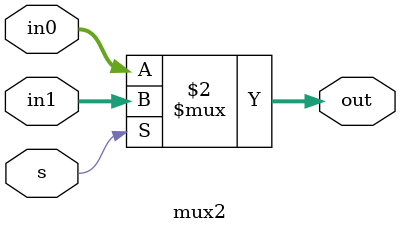
<source format=sv>
`default_nettype none

module mux2(in0, in1, s, out);

parameter N=32;
input wire [N-1:0] in0, in1;
input wire s;
output logic [N-1:0] out;

always_comb out = s ? in1 : in0;

endmodule

</source>
